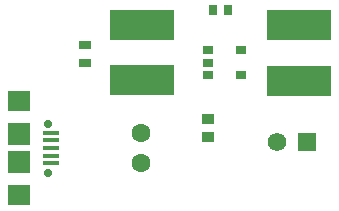
<source format=gts>
G04*
G04 #@! TF.GenerationSoftware,Altium Limited,Altium Designer,20.0.2 (26)*
G04*
G04 Layer_Color=8388736*
%FSLAX44Y44*%
%MOMM*%
G71*
G01*
G75*
%ADD13R,0.9500X0.6500*%
%ADD14R,5.5031X2.5022*%
%ADD15R,1.0500X0.9500*%
%ADD16R,0.7350X0.8621*%
%ADD17R,1.0000X0.7500*%
%ADD18R,1.9000X1.9000*%
%ADD19R,1.9000X1.8000*%
%ADD20R,1.3500X0.4000*%
%ADD21C,0.7000*%
%ADD22C,1.6000*%
%ADD23C,1.5700*%
%ADD24R,1.5700X1.5700*%
D13*
X237000Y151000D02*
D03*
Y172000D02*
D03*
X209500D02*
D03*
Y161500D02*
D03*
Y151000D02*
D03*
D14*
X286000Y193009D02*
D03*
Y146000D02*
D03*
X153000Y193505D02*
D03*
Y146495D02*
D03*
D15*
X209000Y99000D02*
D03*
Y113500D02*
D03*
D16*
X226154Y206000D02*
D03*
X213846D02*
D03*
D17*
X105000Y176500D02*
D03*
Y161500D02*
D03*
D18*
X49450Y101200D02*
D03*
Y77200D02*
D03*
D19*
Y129200D02*
D03*
Y49200D02*
D03*
D20*
X76200Y102200D02*
D03*
Y76200D02*
D03*
Y95700D02*
D03*
Y89200D02*
D03*
Y82700D02*
D03*
D21*
X73950Y109950D02*
D03*
Y68450D02*
D03*
D22*
X152400Y76200D02*
D03*
Y101600D02*
D03*
D23*
X267300Y94000D02*
D03*
D24*
X292700D02*
D03*
M02*

</source>
